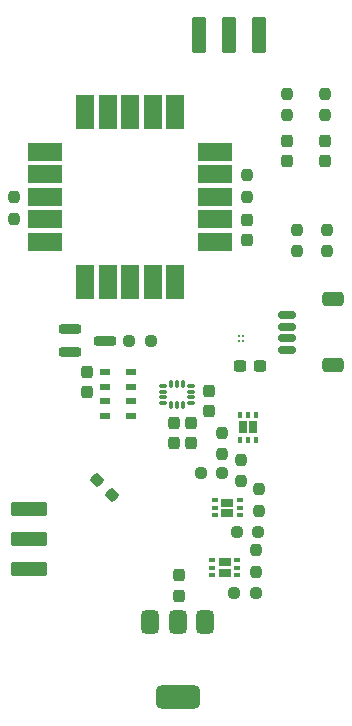
<source format=gbr>
%TF.GenerationSoftware,KiCad,Pcbnew,9.0.2*%
%TF.CreationDate,2025-06-05T09:54:10-05:00*%
%TF.ProjectId,Flight Computer v3,466c6967-6874-4204-936f-6d7075746572,rev?*%
%TF.SameCoordinates,Original*%
%TF.FileFunction,Paste,Top*%
%TF.FilePolarity,Positive*%
%FSLAX46Y46*%
G04 Gerber Fmt 4.6, Leading zero omitted, Abs format (unit mm)*
G04 Created by KiCad (PCBNEW 9.0.2) date 2025-06-05 09:54:10*
%MOMM*%
%LPD*%
G01*
G04 APERTURE LIST*
G04 Aperture macros list*
%AMRoundRect*
0 Rectangle with rounded corners*
0 $1 Rounding radius*
0 $2 $3 $4 $5 $6 $7 $8 $9 X,Y pos of 4 corners*
0 Add a 4 corners polygon primitive as box body*
4,1,4,$2,$3,$4,$5,$6,$7,$8,$9,$2,$3,0*
0 Add four circle primitives for the rounded corners*
1,1,$1+$1,$2,$3*
1,1,$1+$1,$4,$5*
1,1,$1+$1,$6,$7*
1,1,$1+$1,$8,$9*
0 Add four rect primitives between the rounded corners*
20,1,$1+$1,$2,$3,$4,$5,0*
20,1,$1+$1,$4,$5,$6,$7,0*
20,1,$1+$1,$6,$7,$8,$9,0*
20,1,$1+$1,$8,$9,$2,$3,0*%
G04 Aperture macros list end*
%ADD10R,0.299200X0.629800*%
%ADD11R,0.711200X0.990600*%
%ADD12R,0.629800X0.299200*%
%ADD13R,0.990600X0.711200*%
%ADD14RoundRect,0.237500X-0.237500X0.250000X-0.237500X-0.250000X0.237500X-0.250000X0.237500X0.250000X0*%
%ADD15R,1.500000X3.000000*%
%ADD16R,3.000000X1.500000*%
%ADD17RoundRect,0.237500X0.237500X-0.250000X0.237500X0.250000X-0.237500X0.250000X-0.237500X-0.250000X0*%
%ADD18RoundRect,0.237500X0.344715X-0.008839X-0.008839X0.344715X-0.344715X0.008839X0.008839X-0.344715X0*%
%ADD19RoundRect,0.150000X0.625000X-0.150000X0.625000X0.150000X-0.625000X0.150000X-0.625000X-0.150000X0*%
%ADD20RoundRect,0.250000X0.650000X-0.350000X0.650000X0.350000X-0.650000X0.350000X-0.650000X-0.350000X0*%
%ADD21C,0.250000*%
%ADD22RoundRect,0.237500X-0.237500X0.300000X-0.237500X-0.300000X0.237500X-0.300000X0.237500X0.300000X0*%
%ADD23RoundRect,0.237500X-0.300000X-0.237500X0.300000X-0.237500X0.300000X0.237500X-0.300000X0.237500X0*%
%ADD24RoundRect,0.237500X0.250000X0.237500X-0.250000X0.237500X-0.250000X-0.237500X0.250000X-0.237500X0*%
%ADD25RoundRect,0.087500X-0.225000X-0.087500X0.225000X-0.087500X0.225000X0.087500X-0.225000X0.087500X0*%
%ADD26RoundRect,0.087500X-0.087500X-0.225000X0.087500X-0.225000X0.087500X0.225000X-0.087500X0.225000X0*%
%ADD27R,0.950000X0.550000*%
%ADD28RoundRect,0.237500X-0.237500X0.287500X-0.237500X-0.287500X0.237500X-0.287500X0.237500X0.287500X0*%
%ADD29RoundRect,0.187500X-1.312500X0.437500X-1.312500X-0.437500X1.312500X-0.437500X1.312500X0.437500X0*%
%ADD30RoundRect,0.375000X-0.375000X0.625000X-0.375000X-0.625000X0.375000X-0.625000X0.375000X0.625000X0*%
%ADD31RoundRect,0.500000X-1.400000X0.500000X-1.400000X-0.500000X1.400000X-0.500000X1.400000X0.500000X0*%
%ADD32RoundRect,0.187500X-0.437500X-1.312500X0.437500X-1.312500X0.437500X1.312500X-0.437500X1.312500X0*%
%ADD33RoundRect,0.200000X-0.750000X-0.200000X0.750000X-0.200000X0.750000X0.200000X-0.750000X0.200000X0*%
%ADD34RoundRect,0.237500X0.237500X-0.300000X0.237500X0.300000X-0.237500X0.300000X-0.237500X-0.300000X0*%
G04 APERTURE END LIST*
D10*
%TO.C,U403*%
X118046001Y-89059899D03*
X118696000Y-89059899D03*
X119345999Y-89059899D03*
X119345999Y-86980101D03*
X118696000Y-86980101D03*
X118046001Y-86980101D03*
D11*
X118252000Y-88020000D03*
X119140000Y-88020000D03*
%TD*%
D12*
%TO.C,U402*%
X117980000Y-95470000D03*
X117980000Y-94820001D03*
X117980000Y-94170002D03*
X115900202Y-94170002D03*
X115900202Y-94820001D03*
X115900202Y-95470000D03*
D13*
X116940101Y-95264001D03*
X116940101Y-94376001D03*
%TD*%
D12*
%TO.C,U401*%
X117750000Y-100525000D03*
X117750000Y-99875001D03*
X117750000Y-99225002D03*
X115670202Y-99225002D03*
X115670202Y-99875001D03*
X115670202Y-100525000D03*
D13*
X116710101Y-100319001D03*
X116710101Y-99431001D03*
%TD*%
D14*
%TO.C,R502*%
X125400000Y-71287500D03*
X125400000Y-73112500D03*
%TD*%
D15*
%TO.C,U304*%
X112500000Y-61300000D03*
X110600000Y-61300000D03*
X108700000Y-61300000D03*
X106800000Y-61300000D03*
X104900000Y-61300000D03*
D16*
X101500000Y-64700000D03*
X101500000Y-66600000D03*
X101500000Y-68500000D03*
X101500000Y-70400000D03*
X101500000Y-72300000D03*
D15*
X104900000Y-75700000D03*
X106800000Y-75700000D03*
X108700000Y-75700000D03*
X110600000Y-75700000D03*
X112500000Y-75700000D03*
D16*
X115900000Y-72300000D03*
X115900000Y-70400000D03*
X115900000Y-68500000D03*
X115900000Y-66600000D03*
X115900000Y-64700000D03*
%TD*%
D14*
%TO.C,R501*%
X122800000Y-71287500D03*
X122800000Y-73112500D03*
%TD*%
D17*
%TO.C,R411*%
X118070000Y-92582500D03*
X118070000Y-90757500D03*
%TD*%
D18*
%TO.C,R503*%
X107175235Y-93775235D03*
X105884765Y-92484765D03*
%TD*%
D19*
%TO.C,J607*%
X121990000Y-81470000D03*
X121990000Y-80470000D03*
X121990000Y-79470000D03*
X121990000Y-78470000D03*
D20*
X125865000Y-82770000D03*
X125865000Y-77170000D03*
%TD*%
D21*
%TO.C,U301*%
X117900000Y-80280000D03*
X118300000Y-80280000D03*
X117900000Y-80680000D03*
X118300000Y-80680000D03*
%TD*%
D22*
%TO.C,C304*%
X113860000Y-87617500D03*
X113860000Y-89342500D03*
%TD*%
D23*
%TO.C,C301*%
X118010000Y-82790000D03*
X119735000Y-82790000D03*
%TD*%
D24*
%TO.C,R301*%
X110432500Y-80670000D03*
X108607500Y-80670000D03*
%TD*%
D25*
%TO.C,U302*%
X111507500Y-84480000D03*
X111507500Y-84980000D03*
X111507500Y-85480000D03*
X111507500Y-85980000D03*
D26*
X112170000Y-86142500D03*
X112670000Y-86142500D03*
X113170000Y-86142500D03*
D25*
X113832500Y-85980000D03*
X113832500Y-85480000D03*
X113832500Y-84980000D03*
X113832500Y-84480000D03*
D26*
X113170000Y-84317500D03*
X112670000Y-84317500D03*
X112170000Y-84317500D03*
%TD*%
D27*
%TO.C,U303*%
X106595000Y-83312500D03*
X106595000Y-84562500D03*
X106595000Y-85812500D03*
X106595000Y-87062500D03*
X108745000Y-87062500D03*
X108745000Y-85812500D03*
X108745000Y-84562500D03*
X108745000Y-83312500D03*
%TD*%
D28*
%TO.C,D201*%
X122000000Y-63725000D03*
X122000000Y-65475000D03*
%TD*%
D24*
%TO.C,R404*%
X119337500Y-102050000D03*
X117512500Y-102050000D03*
%TD*%
%TO.C,R414*%
X116512500Y-91840000D03*
X114687500Y-91840000D03*
%TD*%
D14*
%TO.C,R202*%
X125200000Y-59775000D03*
X125200000Y-61600000D03*
%TD*%
%TO.C,R413*%
X116510000Y-88447500D03*
X116510000Y-90272500D03*
%TD*%
%TO.C,R201*%
X122000000Y-59775000D03*
X122000000Y-61600000D03*
%TD*%
D29*
%TO.C,J602*%
X100120000Y-94920000D03*
X100120000Y-97460000D03*
X100120000Y-100000000D03*
%TD*%
D30*
%TO.C,U201*%
X115020000Y-104530000D03*
X112720000Y-104530000D03*
D31*
X112720000Y-110830000D03*
D30*
X110420000Y-104530000D03*
%TD*%
D32*
%TO.C,J606*%
X114560000Y-54800000D03*
X117100000Y-54800000D03*
X119640000Y-54800000D03*
%TD*%
D33*
%TO.C,D301*%
X103600000Y-79710000D03*
X103600000Y-81610000D03*
X106600000Y-80660000D03*
%TD*%
D22*
%TO.C,C303*%
X112400000Y-87617500D03*
X112400000Y-89342500D03*
%TD*%
%TO.C,C305*%
X105050000Y-83310000D03*
X105050000Y-85035000D03*
%TD*%
D24*
%TO.C,R410*%
X119560000Y-96870000D03*
X117735000Y-96870000D03*
%TD*%
D22*
%TO.C,C306*%
X118580000Y-70427500D03*
X118580000Y-72152500D03*
%TD*%
D14*
%TO.C,R303*%
X118560000Y-66677500D03*
X118560000Y-68502500D03*
%TD*%
%TO.C,R407*%
X119590000Y-93247500D03*
X119590000Y-95072500D03*
%TD*%
%TO.C,R304*%
X98870000Y-68515000D03*
X98870000Y-70340000D03*
%TD*%
D34*
%TO.C,C201*%
X112800000Y-102262500D03*
X112800000Y-100537500D03*
%TD*%
%TO.C,C302*%
X115410000Y-86652500D03*
X115410000Y-84927500D03*
%TD*%
D28*
%TO.C,D202*%
X125200000Y-63725000D03*
X125200000Y-65475000D03*
%TD*%
D14*
%TO.C,R401*%
X119350000Y-98417500D03*
X119350000Y-100242500D03*
%TD*%
M02*

</source>
